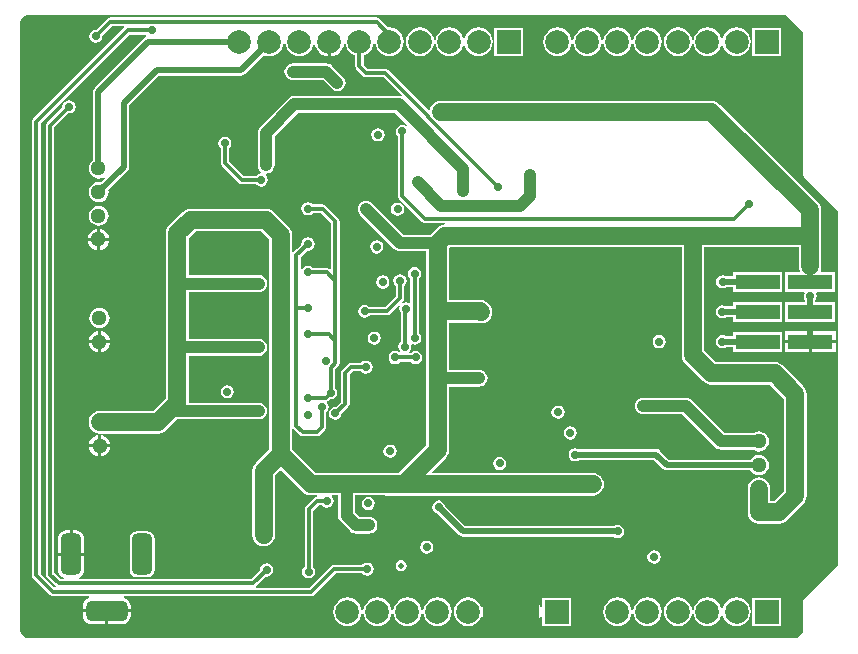
<source format=gbl>
%FSTAX23Y23*%
%MOIN*%
%SFA1B1*%

%IPPOS*%
%AMD47*
4,1,8,0.016700,0.068900,-0.016700,0.068900,-0.033400,0.052200,-0.033400,-0.052200,-0.016700,-0.068900,0.016700,-0.068900,0.033400,-0.052200,0.033400,0.052200,0.016700,0.068900,0.0*
1,1,0.033400,0.016700,0.052200*
1,1,0.033400,-0.016700,0.052200*
1,1,0.033400,-0.016700,-0.052200*
1,1,0.033400,0.016700,-0.052200*
%
%AMD48*
4,1,8,0.068900,-0.016700,0.068900,0.016700,0.052200,0.033400,-0.052200,0.033400,-0.068900,0.016700,-0.068900,-0.016700,-0.052200,-0.033400,0.052200,-0.033400,0.068900,-0.016700,0.0*
1,1,0.033400,0.052200,-0.016700*
1,1,0.033400,0.052200,0.016700*
1,1,0.033400,-0.052200,0.016700*
1,1,0.033400,-0.052200,-0.016700*
%
%ADD19R,0.150000X0.050000*%
%ADD35C,0.011800*%
%ADD36C,0.019700*%
%ADD37C,0.039400*%
%ADD39C,0.008000*%
%ADD41C,0.059100*%
%ADD44C,0.051200*%
%ADD45C,0.078700*%
%ADD46R,0.078700X0.078700*%
G04~CAMADD=47~8~0.0~0.0~669.0~1378.0~167.0~0.0~15~0.0~0.0~0.0~0.0~0~0.0~0.0~0.0~0.0~0~0.0~0.0~0.0~0.0~669.0~1378.0*
%ADD47D47*%
G04~CAMADD=48~8~0.0~0.0~669.0~1378.0~167.0~0.0~15~0.0~0.0~0.0~0.0~0~0.0~0.0~0.0~0.0~0~0.0~0.0~0.0~270.0~1378.0~668.0*
%ADD48D48*%
%ADD49C,0.027600*%
%ADD50C,0.019700*%
%ADD56R,0.190600X0.101400*%
%LNvapeixshield-1*%
%LPD*%
G36*
X02042Y05093D02*
X02047D01*
X04567*
X04626Y05034*
Y0456*
X04627Y04555*
X0463Y04551*
X04741Y04439*
Y03261*
X0463Y0315*
X04627Y03146*
X04626Y03141*
Y03042*
X04624Y03036*
X04616Y03026*
X04606Y03018*
X04602Y03016*
X02057*
X02056*
X02052Y03017*
X02049Y03017*
X02044Y03017*
X0204Y03017*
X02037Y03018*
X02035Y03019*
X02031Y0302*
X02023Y03025*
X02018Y03033*
X02016Y03042*
X02016Y03043*
X02016Y03044*
Y03045*
X02016Y03045*
Y0507*
X02016*
X02017Y05078*
X02023Y05086*
X02031Y05091*
X02037Y05093*
X02042Y05093*
X02042*
G37*
%LNvapeixshield-2*%
%LPC*%
G36*
X03543Y05053D02*
X03531Y05051D01*
X03519Y05046*
X03509Y05039*
X03502Y05029*
X03497Y05018*
X03496Y05017*
X03493*
X03492Y05018*
X03488Y05029*
X0348Y05039*
X0347Y05046*
X03459Y05051*
X03446Y05053*
X03434Y05051*
X03422Y05046*
X03413Y05039*
X03405Y05029*
X034Y05017*
X034Y05012*
X03395*
X03394Y05017*
X03389Y05029*
X03382Y05039*
X03372Y05046*
X0336Y05051*
X03348Y05053*
X03336Y05051*
X03324Y05046*
X03314Y05039*
X03307Y05029*
X03302Y05017*
X033Y05005*
X03302Y04993*
X03307Y04981*
X03314Y04971*
X03324Y04964*
X03336Y04959*
X03348Y04957*
X0336Y04959*
X03372Y04964*
X03382Y04971*
X03389Y04981*
X03394Y04993*
X03395Y04998*
X034*
X034Y04993*
X03405Y04981*
X03413Y04971*
X03422Y04964*
X03434Y04959*
X03446Y04957*
X03459Y04959*
X0347Y04964*
X0348Y04971*
X03488Y04981*
X03492Y04992*
X03493Y04993*
X03496*
X03497Y04992*
X03502Y04981*
X03509Y04971*
X03519Y04964*
X03531Y04959*
X03543Y04957*
X03556Y04959*
X03567Y04964*
X03577Y04971*
X03584Y04981*
X03589Y04993*
X03591Y05005*
X03589Y05017*
X03584Y05029*
X03577Y05039*
X03567Y05046*
X03556Y05051*
X03543Y05053*
G37*
G36*
X04403D02*
X04391Y05051D01*
X04379Y05046*
X04369Y05039*
X04362Y05029*
X04357Y05018*
X04356Y05017*
X04353*
X04352Y05018*
X04348Y05029*
X0434Y05039*
X0433Y05046*
X04319Y05051*
X04306Y05053*
X04294Y05051*
X04282Y05046*
X04273Y05039*
X04265Y05029*
X0426Y05017*
X0426Y05012*
X04255*
X04254Y05017*
X04249Y05029*
X04242Y05039*
X04232Y05046*
X0422Y05051*
X04208Y05053*
X04196Y05051*
X04184Y05046*
X04174Y05039*
X04167Y05029*
X04162Y05017*
X0416Y05005*
X04162Y04993*
X04167Y04981*
X04174Y04971*
X04184Y04964*
X04196Y04959*
X04208Y04957*
X0422Y04959*
X04232Y04964*
X04242Y04971*
X04249Y04981*
X04254Y04993*
X04255Y04998*
X0426*
X0426Y04993*
X04265Y04981*
X04273Y04971*
X04282Y04964*
X04294Y04959*
X04306Y04957*
X04319Y04959*
X0433Y04964*
X0434Y04971*
X04348Y04981*
X04352Y04992*
X04353Y04993*
X04356*
X04357Y04992*
X04362Y04981*
X04369Y04971*
X04379Y04964*
X04391Y04959*
X04403Y04957*
X04416Y04959*
X04427Y04964*
X04437Y04971*
X04444Y04981*
X04449Y04993*
X04451Y05005*
X04449Y05017*
X04444Y05029*
X04437Y05039*
X04427Y05046*
X04416Y05051*
X04403Y05053*
G37*
G36*
X04106D02*
X04094Y05051D01*
X04082Y05046*
X04073Y05039*
X04065Y05029*
X0406Y05017*
X04059Y05009*
X04059Y05006*
X04054*
X04054Y05009*
X04052Y05017*
X04048Y05029*
X0404Y05039*
X0403Y05046*
X04019Y05051*
X04006Y05053*
X03994Y05051*
X03982Y05046*
X03973Y05039*
X03965Y05029*
X0396Y05017*
X03959Y05009*
X03959Y05006*
X03954*
X03954Y05009*
X03952Y05017*
X03948Y05029*
X0394Y05039*
X0393Y05046*
X03919Y05051*
X03906Y05053*
X03894Y05051*
X03882Y05046*
X03873Y05039*
X03865Y05029*
X0386Y05017*
X03859Y05009*
X03859Y05006*
X03854*
X03854Y05009*
X03852Y05017*
X03848Y05029*
X0384Y05039*
X0383Y05046*
X03819Y05051*
X03806Y05053*
X03794Y05051*
X03782Y05046*
X03773Y05039*
X03765Y05029*
X0376Y05017*
X03759Y05005*
X0376Y04993*
X03765Y04981*
X03773Y04971*
X03782Y04964*
X03794Y04959*
X03806Y04957*
X03819Y04959*
X0383Y04964*
X0384Y04971*
X03848Y04981*
X03852Y04993*
X03854Y05001*
X03854Y05004*
X03859*
X03859Y05001*
X0386Y04993*
X03865Y04981*
X03873Y04971*
X03882Y04964*
X03894Y04959*
X03906Y04957*
X03919Y04959*
X0393Y04964*
X0394Y04971*
X03948Y04981*
X03952Y04993*
X03954Y05001*
X03954Y05004*
X03959*
X03959Y05001*
X0396Y04993*
X03965Y04981*
X03973Y04971*
X03982Y04964*
X03994Y04959*
X04006Y04957*
X04019Y04959*
X0403Y04964*
X0404Y04971*
X04048Y04981*
X04052Y04993*
X04054Y05001*
X04054Y05004*
X04059*
X04059Y05001*
X0406Y04993*
X04065Y04981*
X04073Y04971*
X04082Y04964*
X04094Y04959*
X04106Y04957*
X04119Y04959*
X0413Y04964*
X0414Y04971*
X04148Y04981*
X04152Y04993*
X04154Y05005*
X04152Y05017*
X04148Y05029*
X0414Y05039*
X0413Y05046*
X04119Y05051*
X04106Y05053*
G37*
G36*
X0369Y05052D02*
X03596D01*
Y04958*
X0369*
Y05052*
G37*
G36*
X0455Y05052D02*
X04456D01*
Y04958*
X0455*
Y05052*
G37*
G36*
X03204Y05086D02*
X02316D01*
X0231Y05085*
X02306Y05082*
X02269Y05045*
X02267Y05045*
X02259Y05043*
X02252Y05039*
X02247Y05032*
X02245Y05023*
X02247Y05015*
X02252Y05007*
X02259Y05003*
X02267Y05001*
X02276Y05003*
X02283Y05007*
X02288Y05015*
X02289Y05023*
X02289Y05025*
X02322Y05058*
X0236*
X02362Y05055*
X02362Y05053*
X02059Y04749*
X02056Y04745*
X02054Y04739*
Y03227*
X02056Y03221*
X02059Y03217*
X02115Y0316*
X0212Y03157*
X02125Y03156*
X02246*
X02246Y03151*
X02244Y03151*
X02238Y03148*
X02232Y03144*
X02228Y03138*
X02225Y03132*
X02224Y03125*
Y03113*
X02303*
X02383*
Y03125*
X02382Y03132*
X02379Y03138*
X02375Y03144*
X02369Y03148*
X02363Y03151*
X02361Y03151*
X02361Y03156*
X02985*
X0299Y03157*
X02995Y0316*
X03068Y03233*
X03155*
X03156Y03231*
X03163Y03227*
X03171Y03225*
X0318Y03227*
X03187Y03231*
X03192Y03238*
X03194Y03247*
X03192Y03255*
X03187Y03263*
X0318Y03267*
X03171Y03269*
X03163Y03267*
X03156Y03263*
X03155Y03261*
X03062*
X03057Y0326*
X03052Y03257*
X02979Y03184*
X02802*
X028Y03189*
X02802Y0319*
X02835Y03223*
X02837Y03222*
X02845Y03224*
X02852Y03229*
X02857Y03236*
X02859Y03245*
X02857Y03253*
X02852Y0326*
X02845Y03265*
X02837Y03267*
X02828Y03265*
X02821Y0326*
X02816Y03253*
X02815Y03245*
X02815Y03243*
X02786Y03214*
X02211*
X0221Y03219*
X02215Y03221*
X02221Y03226*
X02225Y03231*
X02228Y03238*
X02229Y03245*
Y03292*
X02142*
Y03245*
X02142Y03238*
X02145Y03231*
X02149Y03226*
X02155Y03221*
X0216Y03219*
X02159Y03214*
X0215*
X02129Y03235*
Y04719*
X02176Y04766*
X02178Y04766*
X02186Y04767*
X02194Y04772*
X02198Y04779*
X022Y04788*
X02198Y04796*
X02194Y04803*
X02186Y04808*
X02178Y0481*
X0217Y04808*
X02162Y04803*
X02158Y04796*
X02156Y04788*
X02156Y04786*
X02105Y04735*
X02102Y0473*
X02101Y04725*
Y03229*
X02102Y03224*
X02105Y03219*
X02133Y03191*
X02132Y03187*
X02131Y03186*
X02129Y03186*
X02083Y03232*
Y04733*
X02378Y05029*
X02434*
X02436Y05027*
X02436Y05025*
X02434Y05021*
X02429Y05018*
X02264Y04852*
X0226Y04846*
X02258Y04839*
Y04611*
X02253Y04606*
X02247Y04599*
X02244Y04591*
X02243Y04583*
X02244Y04574*
X02247Y04566*
X02253Y04559*
X0226Y04553*
X02268Y0455*
X02276Y04549*
X02285Y0455*
X02293Y04553*
X02293Y04553*
X02297Y0455*
X02284Y04537*
X02276Y04538*
X02268Y04536*
X0226Y04533*
X02253Y04528*
X02247Y04521*
X02244Y04513*
X02243Y04504*
X02244Y04495*
X02247Y04487*
X02253Y0448*
X0226Y04475*
X02268Y04471*
X02276Y0447*
X02285Y04471*
X02293Y04475*
X023Y0448*
X02306Y04487*
X02309Y04495*
X0231Y04504*
X02309Y04511*
X02373Y04575*
X02377Y04581*
X02379Y04588*
Y04793*
X02477Y04891*
X02751*
X02758Y04893*
X02764Y04897*
X02828Y04961*
X02834Y04959*
X02846Y04957*
X02859Y04959*
X0287Y04964*
X0288Y04971*
X02888Y04981*
X02892Y04993*
X02894Y05002*
X02894Y05004*
X02899*
X02899Y05002*
X029Y04993*
X02905Y04981*
X02913Y04971*
X02922Y04964*
X02934Y04959*
X02946Y04957*
X02959Y04959*
X0297Y04964*
X0298Y04971*
X02988Y04981*
X02992Y04993*
X02993Y04996*
X02998*
X02998Y04992*
X03003Y0498*
X03011Y0497*
X03021Y04962*
X03033Y04957*
X03041Y04956*
Y05005*
X03051*
Y04956*
X03059Y04957*
X03071Y04962*
X03082Y0497*
X03089Y0498*
X03094Y04992*
X03095Y04996*
X031*
X031Y04993*
X03105Y04981*
X03113Y04971*
X03122Y04964*
X03132Y0496*
Y04923*
X03133Y04917*
X03136Y04913*
X03157Y04891*
X03162Y04888*
X03167Y04887*
X03226*
X03287Y04827*
X03284Y04823*
X03284Y04823*
X03277Y04824*
X02929*
X02922Y04823*
X02916Y0482*
X0291Y04816*
X02815Y04721*
X02811Y04715*
X02808Y04709*
X02807Y04701*
Y04593*
X02808Y04586*
X02811Y04579*
X02815Y04574*
X02818Y04571*
X02817Y04566*
X0281Y04565*
X02803Y0456*
X02802Y04559*
X0276*
X02711Y04607*
Y0465*
X02713Y04651*
X02717Y04658*
X02719Y04666*
X02717Y04675*
X02713Y04682*
X02705Y04687*
X02697Y04688*
X02689Y04687*
X02681Y04682*
X02677Y04675*
X02675Y04666*
X02677Y04658*
X02681Y04651*
X02683Y0465*
Y04601*
X02684Y04596*
X02687Y04591*
X02744Y04535*
X02748Y04532*
X02754Y04531*
X02802*
X02803Y04529*
X0281Y04524*
X02819Y04522*
X02827Y04524*
X02834Y04529*
X02839Y04536*
X02841Y04545*
X02839Y04553*
X02834Y0456*
X02834Y04561*
X02835Y04564*
X02835Y04565*
X02842Y04566*
X02849Y04569*
X02855Y04574*
X02859Y04579*
X02862Y04586*
X02863Y04593*
Y0469*
X02941Y04768*
X03265*
X03306Y04727*
Y04727*
X03303Y04723*
X03302Y04724*
X03298Y04727*
X03289Y04729*
X03281Y04727*
X03273Y04722*
X03269Y04715*
X03267Y04707*
X03269Y04698*
X03273Y04691*
X03275Y0469*
Y04492*
X03276Y04486*
X03279Y04482*
X03356Y04405*
X03361Y04402*
X03366Y04401*
X03431*
Y04396*
X03421Y04394*
X03412Y04391*
X03404Y04385*
X03381Y04361*
X03292*
X03187Y04467*
X03181Y04471*
X03175Y04474*
X03167Y04475*
X0316Y04474*
X03154Y04471*
X03148Y04467*
X03143Y04461*
X03141Y04454*
X0314Y04447*
X03141Y0444*
X03143Y04433*
X03148Y04428*
X03261Y04314*
X03267Y0431*
X03274Y04307*
X03281Y04306*
X03369*
Y04094*
Y03886*
Y0366*
X03278Y03568*
X03001*
X02921Y03648*
Y03714*
X02926Y03716*
X02926Y03715*
X02947Y03695*
X02951Y03692*
X02957Y03691*
X03005*
X03011Y03692*
X03015Y03695*
X03031Y03711*
X03034Y03716*
X03035Y03721*
Y0377*
X03037Y03771*
X03042Y03778*
X03044Y03786*
X03042Y03795*
X03038Y03801*
X03039Y03805*
X03039Y03806*
X03044Y03809*
X03048Y03813*
X0305Y03813*
X03058Y03815*
X03065Y03819*
X0307Y03826*
X03072Y03835*
X0307Y03843*
X03065Y03851*
X03064Y03852*
Y03912*
X03076Y03924*
X03079Y03928*
X0308Y03934*
Y04009*
Y04208*
Y04407*
X03079Y04412*
X03076Y04417*
X03034Y04459*
X03029Y04462*
X03024Y04463*
X02991*
X0299Y04465*
X02983Y04469*
X02975Y04471*
X02966Y04469*
X02959Y04465*
X02954Y04457*
X02952Y04449*
X02954Y04441*
X02959Y04433*
X02966Y04429*
X02975Y04427*
X02983Y04429*
X0299Y04433*
X02991Y04435*
X03018*
X03052Y04401*
Y04248*
X03051Y04248*
X03047Y04247*
X03043Y04249*
X03038Y0425*
X02991*
X0299Y04252*
X02983Y04257*
X02975Y04258*
X02966Y04257*
X02959Y04252*
X02955Y04247*
X0295Y04248*
Y04287*
X02973Y04309*
X02975Y04309*
X02983Y0431*
X0299Y04315*
X02995Y04322*
X02997Y04331*
X02995Y04339*
X0299Y04346*
X02983Y04351*
X02975Y04353*
X02966Y04351*
X02959Y04346*
X02954Y04339*
X02952Y04331*
X02953Y04329*
X02926Y04303*
X02926Y04302*
X02921Y04304*
Y04362*
X0292Y04372*
X02916Y04381*
X0291Y04389*
X02861Y04438*
X02853Y04444*
X02844Y04448*
X02834Y04449*
X02584*
X02575Y04448*
X02566Y04444*
X02558Y04438*
X02512Y04393*
X02506Y04385*
X02502Y04376*
X02501Y04366*
Y03816*
X02459Y03774*
X0228*
X02271Y03773*
X02262Y03769*
X02254Y03763*
X02248Y03756*
X02244Y03747*
X02243Y03737*
X02244Y03727*
X02248Y03718*
X02254Y0371*
X02262Y03704*
X02271Y037*
X0228Y03699*
X02475*
X02485Y037*
X02494Y03704*
X02502Y0371*
X02537Y03746*
X0281*
X02817Y03747*
X02824Y03749*
X02829Y03754*
X02834Y0376*
X02837Y03766*
X02837Y03773*
X02837Y03781*
X02834Y03787*
X02829Y03793*
X02824Y03798*
X02817Y038*
X0281Y03801*
X02577*
Y03958*
X0281*
X02817Y03959*
X02824Y03962*
X02829Y03966*
X02834Y03972*
X02837Y03979*
X02837Y03986*
X02837Y03993*
X02834Y04*
X02829Y04006*
X02824Y0401*
X02817Y04013*
X0281Y04014*
X02577*
Y04171*
X0281*
X02817Y04172*
X02824Y04175*
X02829Y04179*
X02834Y04185*
X02837Y04192*
X02837Y04199*
X02837Y04206*
X02834Y04213*
X02829Y04219*
X02824Y04223*
X02817Y04226*
X0281Y04227*
X02577*
Y0435*
X026Y04374*
X02818*
X02846Y04346*
Y03648*
X028Y03602*
X02794Y03594*
X0279Y03585*
X02789Y03575*
Y0336*
X0279Y03351*
X02794Y03342*
X028Y03334*
X02808Y03328*
X02817Y03324*
X02827Y03323*
X02837Y03324*
X02846Y03328*
X02853Y03334*
X02859Y03342*
X02863Y03351*
X02865Y0336*
Y0356*
X02884Y03579*
X02958Y03504*
X02966Y03498*
X02975Y03494*
X02985Y03493*
X03005*
Y03488*
X03Y03487*
X02995Y03484*
X02967Y03456*
X02964Y03451*
X02963Y03446*
Y03255*
X02961Y03254*
X02956Y03247*
X02955Y03239*
X02956Y0323*
X02961Y03223*
X02968Y03218*
X02977Y03217*
X02985Y03218*
X02992Y03223*
X02997Y0323*
X02999Y03239*
X02997Y03247*
X02992Y03254*
X02991Y03255*
Y0344*
X03011Y0346*
X03021*
X03022Y03458*
X03029Y03454*
X03038Y03452*
X03046Y03454*
X03053Y03458*
X03058Y03466*
X0306Y03474*
X03058Y03482*
X03054Y03488*
X03056Y03493*
X03075*
Y03425*
X03076Y03418*
X03078Y03411*
X03083Y03406*
X03115Y03373*
X03121Y03369*
X03128Y03366*
X03135Y03365*
X03178*
X03186Y03366*
X03192Y03369*
X03198Y03373*
X03203Y03379*
X03205Y03386*
X03206Y03393*
X03205Y034*
X03203Y03407*
X03198Y03413*
X03192Y03417*
X03186Y0342*
X03178Y03421*
X03146*
X0313Y03437*
Y03493*
X03227*
X03234Y03492*
X03923*
X03933Y03493*
X03942Y03497*
X0395Y03503*
X03956Y03511*
X0396Y0352*
X03961Y0353*
X0396Y0354*
X03956Y03549*
X0395Y03556*
X03942Y03562*
X03933Y03566*
X03923Y03567*
X0339*
X03388Y03572*
X03433Y03618*
X03439Y03625*
X03443Y03635*
X03444Y03644*
Y03855*
X03543*
X0355Y03856*
X03557Y03859*
X03563Y03864*
X03565Y03866*
X03567Y03868*
X03571Y03875*
X03573Y03883*
X03571Y03892*
X03567Y03899*
X03565Y039*
X03563Y03903*
X03557Y03907*
X0355Y0391*
X03543Y03911*
X03444*
Y04069*
X03539*
X03541Y04068*
X03551Y04067*
X03561Y04068*
X0357Y04072*
X03578Y04078*
X03584Y04085*
X03587Y04094*
X03589Y04104*
X03587Y04114*
X03584Y04123*
X03578Y04131*
X03575Y04133*
X03567Y04139*
X03558Y04143*
X03549Y04144*
X03545Y04144*
X0354Y04144*
X03444*
Y04318*
X03447Y0432*
X04221*
Y03961*
X04222Y03951*
X04226Y03942*
X04232Y03934*
X04292Y03873*
X043Y03867*
X04309Y03863*
X04319Y03862*
X04514*
X04561Y03815*
Y03506*
X0453Y03474*
X04515*
Y03515*
X04514Y03525*
X0451Y03534*
X04504Y03542*
X04496Y03548*
X04487Y03552*
X04477Y03553*
X04467Y03552*
X04458Y03548*
X04451Y03542*
X04445Y03534*
X04441Y03525*
X0444Y03515*
Y03437*
X04441Y03427*
X04445Y03418*
X04451Y0341*
X04458Y03404*
X04467Y034*
X04477Y03399*
X04545*
X04555Y034*
X04564Y03404*
X04572Y0341*
X04626Y03464*
X04632Y03471*
X04635Y0348*
X04637Y0349*
Y03831*
X04635Y03841*
X04632Y0385*
X04626Y03858*
X04557Y03926*
X04549Y03932*
X0454Y03936*
X0453Y03938*
X04335*
X04296Y03976*
Y0432*
X0461*
Y04256*
X04612Y04246*
X04613Y04242*
X0461Y04238*
X04565*
Y04172*
X04628*
X0463Y04167*
X04628Y04164*
X04627Y04156*
X04628Y04147*
X0463Y04144*
Y04138*
X04565*
Y04072*
X04731*
Y04138*
X04666*
Y04143*
X04669Y04147*
X04671Y04156*
X04669Y04164*
X04667Y04167*
X0467Y04172*
X04731*
Y04238*
X04686*
X04683Y04242*
X04685Y04246*
X04686Y04256*
Y04407*
X04685Y04411*
Y04443*
X04684Y04453*
X0468Y04462*
X04674Y0447*
X04346Y04798*
X04338Y04804*
X04329Y04808*
X04319Y04809*
X03419*
X03409Y04808*
X034Y04804*
X03392Y04798*
X03386Y0479*
X03382Y04781*
X03382Y04778*
X03377Y04776*
X03242Y04911*
X03238Y04914*
X03232Y04915*
X03173*
X0316Y04928*
Y0496*
X0317Y04964*
X0318Y04971*
X03188Y04981*
X03192Y04993*
X03194Y05002*
X03194Y05004*
X03199*
X03199Y05002*
X032Y04993*
X03205Y04981*
X03213Y04971*
X03222Y04964*
X03234Y04959*
X03246Y04957*
X03259Y04959*
X0327Y04964*
X0328Y04971*
X03288Y04981*
X03292Y04993*
X03294Y05005*
X03292Y05017*
X03288Y05029*
X0328Y05039*
X0327Y05046*
X03259Y05051*
X03246Y05053*
X03243Y05052*
X03214Y05082*
X03209Y05085*
X03204Y05086*
G37*
G36*
X03036Y04933D02*
X02924D01*
X02917Y04932*
X0291Y0493*
X02904Y04925*
X029Y04919*
X02897Y04913*
X02896Y04905*
X02897Y04898*
X029Y04892*
X02904Y04886*
X0291Y04881*
X02917Y04879*
X02924Y04878*
X03025*
X03053Y0485*
X03058Y04845*
X03065Y04842*
X03072Y04841*
X0308Y04842*
X03086Y04845*
X03092Y0485*
X03096Y04855*
X03099Y04862*
X031Y04869*
X03099Y04876*
X03096Y04883*
X03092Y04889*
X03056Y04925*
X0305Y0493*
X03043Y04932*
X03036Y04933*
G37*
G36*
X03208Y04717D02*
X032Y04715D01*
X03192Y0471*
X03188Y04703*
X03186Y04695*
X03188Y04686*
X03192Y04679*
X032Y04674*
X03208Y04673*
X03216Y04674*
X03224Y04679*
X03228Y04686*
X0323Y04695*
X03228Y04703*
X03224Y0471*
X03216Y04715*
X03208Y04717*
G37*
G36*
X03273Y04469D02*
X03264Y04468D01*
X03257Y04463*
X03252Y04456*
X03251Y04447*
X03252Y04439*
X03257Y04432*
X03264Y04427*
X03273Y04425*
X03281Y04427*
X03288Y04432*
X03293Y04439*
X03295Y04447*
X03293Y04456*
X03288Y04463*
X03281Y04468*
X03273Y04469*
G37*
G36*
X02276Y04459D02*
X02268Y04458D01*
X0226Y04454*
X02253Y04449*
X02247Y04442*
X02244Y04434*
X02243Y04425*
X02244Y04416*
X02247Y04408*
X02253Y04401*
X0226Y04396*
X02268Y04393*
X02276Y04391*
X02285Y04393*
X02293Y04396*
X023Y04401*
X02306Y04408*
X02309Y04416*
X0231Y04425*
X02309Y04434*
X02306Y04442*
X023Y04449*
X02293Y04454*
X02285Y04458*
X02276Y04459*
G37*
G36*
X02281Y04382D02*
Y04351D01*
X02312*
X02311Y04356*
X02307Y04364*
X02302Y04372*
X02294Y04377*
X02286Y04381*
X02281Y04382*
G37*
G36*
X02271D02*
X02267Y04381D01*
X02258Y04377*
X02251Y04372*
X02245Y04364*
X02242Y04356*
X02241Y04351*
X02271*
Y04382*
G37*
G36*
X02312Y04341D02*
X02281D01*
Y04311*
X02286Y04312*
X02294Y04315*
X02302Y04321*
X02307Y04328*
X02311Y04337*
X02312Y04341*
G37*
G36*
X02271D02*
X02241D01*
X02242Y04337*
X02245Y04328*
X02251Y04321*
X02258Y04315*
X02267Y04312*
X02271Y04311*
Y04341*
G37*
G36*
X03204Y04344D02*
X03195Y04342D01*
X03188Y04337*
X03184Y0433*
X03182Y04322*
X03184Y04313*
X03188Y04306*
X03195Y04301*
X03204Y04299*
X03212Y04301*
X0322Y04306*
X03224Y04313*
X03226Y04322*
X03224Y0433*
X0322Y04337*
X03212Y04342*
X03204Y04344*
G37*
G36*
X04556Y04238D02*
X0439D01*
Y04223*
X04369*
X04365Y04225*
X04357Y04227*
X04348Y04225*
X04341Y04221*
X04336Y04213*
X04335Y04205*
X04336Y04197*
X04341Y04189*
X04348Y04185*
X04357Y04183*
X04365Y04185*
X04369Y04187*
X0439*
Y04172*
X04556*
Y04238*
G37*
G36*
X03224Y04226D02*
X03216Y04224D01*
X03209Y0422*
X03204Y04212*
X03202Y04204*
X03204Y04195*
X03209Y04188*
X03216Y04184*
X03224Y04182*
X03233Y04184*
X0324Y04188*
X03245Y04195*
X03246Y04204*
X03245Y04212*
X0324Y0422*
X03233Y04224*
X03224Y04226*
G37*
G36*
X0333Y04254D02*
X03321Y04253D01*
X03314Y04248*
X03309Y04241*
X03308Y04232*
X03309Y04224*
X03314Y04217*
X03316Y04216*
Y04136*
X03311Y04133*
X0331Y04134*
X03301Y04136*
X03293Y04134*
X03292Y04134*
X03288Y04138*
X03291Y0414*
X03294Y04145*
X03295Y0415*
Y04191*
X03297Y04192*
X03301Y042*
X03303Y04208*
X03301Y04216*
X03297Y04224*
X03289Y04228*
X03281Y0423*
X03273Y04228*
X03265Y04224*
X03261Y04216*
X03259Y04208*
X03261Y042*
X03265Y04192*
X03267Y04191*
Y04156*
X03232Y04121*
X0318*
X03179Y04122*
X03172Y04127*
X03163Y04129*
X03155Y04127*
X03148Y04122*
X03143Y04115*
X03141Y04107*
X03143Y04098*
X03148Y04091*
X03155Y04086*
X03163Y04085*
X03172Y04086*
X03179Y04091*
X0318Y04093*
X03238*
X03243Y04094*
X03248Y04097*
X03278Y04127*
X03282Y04124*
X03281Y04123*
X03279Y04114*
X03281Y04106*
X03283Y04102*
Y04006*
X03282Y04005*
X03277Y03997*
X03275Y03989*
X03277Y03981*
X0328Y03975*
X03279Y0397*
X03279Y03969*
X03278Y03969*
X03273Y03973*
X03265Y03975*
X03256Y03973*
X03249Y03968*
X03244Y03961*
X03243Y03953*
X03244Y03944*
X03249Y03937*
X03256Y03932*
X03265Y0393*
X03273Y03932*
X0328Y03937*
X03281Y03938*
X03317*
X03318Y03937*
X03325Y03932*
X03334Y0393*
X03342Y03932*
X03349Y03937*
X03354Y03944*
X03356Y03953*
X03354Y03961*
X03349Y03968*
X03342Y03973*
X03334Y03975*
X03325Y03973*
X03318Y03968*
X03317Y03967*
X03312*
X0331Y03972*
X03313Y03973*
X03318Y03981*
X03319Y03989*
X03319Y03993*
X03319Y03994*
X03323Y03997*
X0333Y03995*
X03338Y03997*
X03345Y04002*
X0335Y04009*
X03352Y04017*
X0335Y04026*
X03345Y04033*
X03344Y04034*
Y04216*
X03345Y04217*
X0335Y04224*
X03352Y04232*
X0335Y04241*
X03345Y04248*
X03338Y04253*
X0333Y04254*
G37*
G36*
X04556Y04138D02*
X0439D01*
Y04123*
X04368*
X04365Y04125*
X04356Y04127*
X04348Y04125*
X04341Y04121*
X04336Y04113*
X04334Y04105*
X04336Y04097*
X04341Y04089*
X04348Y04085*
X04356Y04083*
X04365Y04085*
X04368Y04087*
X0439*
Y04072*
X04556*
Y04138*
G37*
G36*
X02279Y04117D02*
X02271Y04116D01*
X02263Y04113*
X02256Y04108*
X0225Y04101*
X02247Y04092*
X02246Y04084*
X02247Y04075*
X0225Y04067*
X02256Y0406*
X02263Y04054*
X02271Y04051*
X02279Y0405*
X02288Y04051*
X02296Y04054*
X02303Y0406*
X02309Y04067*
X02312Y04075*
X02313Y04084*
X02312Y04092*
X02309Y04101*
X02303Y04108*
X02296Y04113*
X02288Y04116*
X02279Y04117*
G37*
G36*
X04556Y04038D02*
X0439D01*
Y04023*
X04368*
X04364Y04026*
X04356Y04027*
X04347Y04026*
X0434Y04021*
X04335Y04014*
X04333Y04005*
X04335Y03997*
X0434Y0399*
X04347Y03985*
X04356Y03983*
X04364Y03985*
X04368Y03987*
X0439*
Y03972*
X04556*
Y04038*
G37*
G36*
X04733Y0404D02*
X04653D01*
Y0401*
X04733*
Y0404*
G37*
G36*
X04643D02*
X04563D01*
Y0401*
X04643*
Y0404*
G37*
G36*
X02284Y0404D02*
Y0401D01*
X02315*
X02314Y04014*
X02311Y04023*
X02305Y0403*
X02297Y04036*
X02289Y0404*
X02284Y0404*
G37*
G36*
X02274D02*
X0227Y0404D01*
X02262Y04036*
X02254Y0403*
X02248Y04023*
X02245Y04014*
X02244Y0401*
X02274*
Y0404*
G37*
G36*
X03196Y04039D02*
X03187Y04038D01*
X0318Y04033*
X03175Y04026*
X03174Y04017*
X03175Y04009*
X0318Y04002*
X03187Y03997*
X03196Y03995*
X03204Y03997*
X03211Y04002*
X03216Y04009*
X03218Y04017*
X03216Y04026*
X03211Y04033*
X03204Y04038*
X03196Y04039*
G37*
G36*
X04145Y04027D02*
X04136Y04026D01*
X04129Y04021*
X04124Y04014*
X04123Y04005*
X04124Y03997*
X04129Y0399*
X04136Y03985*
X04145Y03983*
X04153Y03985*
X0416Y0399*
X04165Y03997*
X04167Y04005*
X04165Y04014*
X0416Y04021*
X04153Y04026*
X04145Y04027*
G37*
G36*
X04733Y04D02*
X04653D01*
Y0397*
X04733*
Y04*
G37*
G36*
X04643D02*
X04563D01*
Y0397*
X04643*
Y04*
G37*
G36*
X02315Y04D02*
X02284D01*
Y0397*
X02289Y0397*
X02297Y03974*
X02305Y0398*
X02311Y03987*
X02314Y03996*
X02315Y04*
G37*
G36*
X02274D02*
X02244D01*
X02245Y03996*
X02248Y03987*
X02254Y0398*
X02262Y03974*
X0227Y0397*
X02274Y0397*
Y04*
G37*
G36*
X03167Y03942D02*
X03159Y0394D01*
X03152Y03936*
X03151Y03934*
X03119*
X03113Y03933*
X03109Y0393*
X03089Y0391*
X03086Y03905*
X03084Y039*
Y03804*
X03068Y03788*
X03066Y03788*
X03058Y03786*
X0305Y03782*
X03046Y03774*
X03044Y03766*
X03046Y03758*
X0305Y0375*
X03058Y03746*
X03066Y03744*
X03074Y03746*
X03082Y0375*
X03086Y03758*
X03088Y03766*
X03088Y03768*
X03108Y03789*
X03111Y03793*
X03113Y03798*
Y03894*
X03125Y03906*
X03151*
X03152Y03904*
X03159Y039*
X03167Y03898*
X03176Y039*
X03183Y03904*
X03188Y03912*
X0319Y0392*
X03188Y03929*
X03183Y03936*
X03176Y0394*
X03167Y03942*
G37*
G36*
X02705Y03861D02*
X02697Y03859D01*
X0269Y03855*
X02685Y03847*
X02683Y03839*
X02685Y03831*
X0269Y03823*
X02697Y03819*
X02705Y03817*
X02714Y03819*
X02721Y03823*
X02726Y03831*
X02727Y03839*
X02726Y03847*
X02721Y03855*
X02714Y03859*
X02705Y03861*
G37*
G36*
X03808Y03792D02*
X038Y0379D01*
X03793Y03786*
X03788Y03778*
X03786Y0377*
X03788Y03762*
X03793Y03754*
X038Y0375*
X03808Y03748*
X03817Y0375*
X03824Y03754*
X03829Y03762*
X0383Y0377*
X03829Y03778*
X03824Y03786*
X03817Y0379*
X03808Y03792*
G37*
G36*
X03849Y03723D02*
X0384Y03721D01*
X03833Y03717*
X03828Y0371*
X03827Y03701*
X03828Y03693*
X03833Y03685*
X0384Y03681*
X03849Y03679*
X03857Y03681*
X03864Y03685*
X03869Y03693*
X03871Y03701*
X03869Y0371*
X03864Y03717*
X03857Y03721*
X03849Y03723*
G37*
G36*
X02285Y03693D02*
Y03663D01*
X02316*
X02315Y03667*
X02312Y03676*
X02306Y03683*
X02298Y03689*
X0229Y03693*
X02285Y03693*
G37*
G36*
X02275D02*
X02271Y03693D01*
X02262Y03689*
X02255Y03683*
X02249Y03676*
X02246Y03667*
X02245Y03663*
X02275*
Y03693*
G37*
G36*
X04234Y03818D02*
X04092D01*
X04085Y03817*
X04078Y03814*
X04072Y0381*
X04068Y03804*
X04065Y03797*
X04064Y0379*
X04065Y03783*
X04068Y03776*
X04072Y03771*
X04078Y03766*
X04085Y03763*
X04092Y03763*
X04222*
X04332Y03653*
X04337Y03649*
X04344Y03646*
X04351Y03645*
X04459*
X0446Y03644*
X04469Y0364*
X04477Y03639*
X04486Y0364*
X04494Y03644*
X04501Y03649*
X04506Y03656*
X0451Y03664*
X04511Y03673*
X0451Y03682*
X04506Y0369*
X04501Y03697*
X04494Y03702*
X04486Y03705*
X04477Y03707*
X04469Y03705*
X0446Y03702*
X04459Y03701*
X04363*
X04254Y0381*
X04248Y03814*
X04241Y03817*
X04234Y03818*
G37*
G36*
X02275Y03653D02*
X02245D01*
X02246Y03649*
X02249Y0364*
X02255Y03633*
X02262Y03627*
X02271Y03623*
X02275Y03623*
Y03653*
G37*
G36*
X02316D02*
X02285D01*
Y03623*
X0229Y03623*
X02298Y03627*
X02306Y03633*
X02312Y0364*
X02315Y03649*
X02316Y03653*
G37*
G36*
X03249Y03662D02*
X0324Y03661D01*
X03233Y03656*
X03228Y03649*
X03226Y0364*
X03228Y03632*
X03233Y03625*
X0324Y0362*
X03249Y03618*
X03257Y0362*
X03264Y03625*
X03269Y03632*
X03271Y0364*
X03269Y03649*
X03264Y03656*
X03257Y03661*
X03249Y03662*
G37*
G36*
X03613Y03622D02*
X03605Y0362D01*
X03598Y03615*
X03593Y03608*
X03591Y036*
X03593Y03591*
X03598Y03584*
X03605Y03579*
X03613Y03578*
X03622Y03579*
X03629Y03584*
X03634Y03591*
X03636Y036*
X03634Y03608*
X03629Y03615*
X03622Y0362*
X03613Y03622*
G37*
G36*
X03865Y03651D02*
X03856Y03649D01*
X03849Y03645*
X03845Y03638*
X03843Y03629*
X03845Y03621*
X03849Y03613*
X03856Y03609*
X03865Y03607*
X03873Y03609*
X03877Y03611*
X04128*
X04158Y03581*
X04164Y03577*
X04171Y03576*
X04449*
X04453Y0357*
X0446Y03565*
X04469Y03562*
X04477Y0356*
X04486Y03562*
X04494Y03565*
X04501Y0357*
X04506Y03577*
X0451Y03585*
X04511Y03594*
X0451Y03603*
X04506Y03611*
X04501Y03618*
X04494Y03623*
X04486Y03627*
X04477Y03628*
X04469Y03627*
X0446Y03623*
X04453Y03618*
X04449Y03612*
X04178*
X04148Y03642*
X04143Y03646*
X04136Y03647*
X03877*
X03873Y03649*
X03865Y03651*
G37*
G36*
X03176Y03488D02*
X03167Y03486D01*
X0316Y03482*
X03155Y03474*
X03153Y03466*
X03155Y03457*
X0316Y0345*
X03167Y03445*
X03176Y03444*
X03184Y03445*
X03191Y0345*
X03196Y03457*
X03198Y03466*
X03196Y03474*
X03191Y03482*
X03184Y03486*
X03176Y03488*
G37*
G36*
X03411Y03476D02*
X03402Y03474D01*
X03395Y03469*
X0339Y03462*
X03389Y03454*
X0339Y03445*
X03395Y03438*
X03402Y03433*
X03406Y03433*
X03479Y0336*
X03485Y03356*
X03492Y03355*
X03995*
X03998Y03352*
X04007Y03351*
X04015Y03352*
X04022Y03357*
X04027Y03364*
X04029Y03373*
X04027Y03381*
X04022Y03388*
X04015Y03393*
X04007Y03395*
X03998Y03393*
X03995Y03391*
X03499*
X03432Y03458*
X03431Y03462*
X03426Y03469*
X03419Y03474*
X03411Y03476*
G37*
G36*
X02202Y03376D02*
X0219D01*
Y03302*
X02229*
Y03349*
X02228Y03356*
X02225Y03362*
X02221Y03368*
X02215Y03372*
X02209Y03375*
X02202Y03376*
G37*
G36*
X0218D02*
X02169D01*
X02162Y03375*
X02155Y03372*
X02149Y03368*
X02145Y03362*
X02142Y03356*
X02142Y03349*
Y03302*
X0218*
Y03376*
G37*
G36*
X0337Y03342D02*
X03362Y0334D01*
X03355Y03336*
X0335Y03328*
X03348Y0332*
X0335Y03311*
X03355Y03304*
X03362Y033*
X0337Y03298*
X03379Y033*
X03386Y03304*
X03391Y03311*
X03392Y0332*
X03391Y03328*
X03386Y03336*
X03379Y0334*
X0337Y03342*
G37*
G36*
X04128Y0331D02*
X0412Y03308D01*
X04113Y03303*
X04108Y03296*
X04106Y03287*
X04108Y03279*
X04113Y03272*
X0412Y03267*
X04128Y03265*
X04137Y03267*
X04144Y03272*
X04149Y03279*
X04151Y03287*
X04149Y03296*
X04144Y03303*
X04137Y03308*
X04128Y0331*
G37*
G36*
X03285Y03277D02*
X03278Y03276D01*
X03272Y03272*
X03268Y03266*
X03267Y03259*
X03268Y03252*
X03272Y03246*
X03278Y03242*
X03285Y03241*
X03292Y03242*
X03298Y03246*
X03302Y03252*
X03303Y03259*
X03302Y03266*
X03298Y03272*
X03292Y03276*
X03285Y03277*
G37*
G36*
X02438Y03374D02*
X02405D01*
X02395Y03372*
X02387Y03367*
X02382Y03359*
X0238Y03349*
Y03245*
X02382Y03235*
X02387Y03227*
X02395Y03221*
X02405Y0322*
X02438*
X02448Y03221*
X02456Y03227*
X02461Y03235*
X02463Y03245*
Y03349*
X02461Y03359*
X02456Y03367*
X02448Y03372*
X02438Y03374*
G37*
G36*
X03601Y03154D02*
X03593Y03153D01*
X03581Y03148*
X03571Y0314*
X03563Y0313*
X03559Y03119*
X03556Y03118*
X03553Y03119*
X03549Y03129*
X03542Y03139*
X03532Y03146*
X0352Y03151*
X03508Y03153*
X03496Y03151*
X03484Y03146*
X03474Y03139*
X03467Y03129*
X03462Y03117*
X0346Y03105*
X03462Y03093*
X03467Y03081*
X03474Y03071*
X03484Y03064*
X03496Y03059*
X03508Y03057*
X0352Y03059*
X03532Y03064*
X03542Y03071*
X03549Y03081*
X03553Y03091*
X03556Y03092*
X03559Y03091*
X03563Y0308*
X03571Y0307*
X03581Y03062*
X03593Y03057*
X03601Y03056*
Y03105*
Y03154*
G37*
G36*
X04403Y03153D02*
X04391Y03151D01*
X04379Y03146*
X04369Y03139*
X04362Y03129*
X04357Y03118*
X04356Y03117*
X04353*
X04352Y03118*
X04348Y03129*
X0434Y03139*
X0433Y03146*
X04319Y03151*
X04306Y03153*
X04294Y03151*
X04282Y03146*
X04273Y03139*
X04265Y03129*
X0426Y03117*
X0426Y03112*
X04255*
X04254Y03117*
X04249Y03129*
X04242Y03139*
X04232Y03146*
X0422Y03151*
X04208Y03153*
X04196Y03151*
X04184Y03146*
X04174Y03139*
X04167Y03129*
X04162Y03117*
X0416Y03105*
X04162Y03093*
X04167Y03081*
X04174Y03071*
X04184Y03064*
X04196Y03059*
X04208Y03057*
X0422Y03059*
X04232Y03064*
X04242Y03071*
X04249Y03081*
X04254Y03093*
X04255Y03098*
X0426*
X0426Y03093*
X04265Y03081*
X04273Y03071*
X04282Y03064*
X04294Y03059*
X04306Y03057*
X04319Y03059*
X0433Y03064*
X0434Y03071*
X04348Y03081*
X04352Y03092*
X04353Y03093*
X04356*
X04357Y03092*
X04362Y03081*
X04369Y03071*
X04379Y03064*
X04391Y03059*
X04403Y03057*
X04416Y03059*
X04427Y03064*
X04437Y03071*
X04444Y03081*
X04449Y03093*
X04451Y03105*
X04449Y03117*
X04444Y03129*
X04437Y03139*
X04427Y03146*
X04416Y03151*
X04403Y03153*
G37*
G36*
X04106D02*
X04094Y03151D01*
X04082Y03146*
X04073Y03139*
X04065Y03129*
X0406Y03117*
X04059Y03109*
X04059Y03106*
X04054*
X04054Y03109*
X04052Y03117*
X04048Y03129*
X0404Y03139*
X0403Y03146*
X04019Y03151*
X04006Y03153*
X03994Y03151*
X03982Y03146*
X03973Y03139*
X03965Y03129*
X0396Y03117*
X03959Y03105*
X0396Y03093*
X03965Y03081*
X03973Y03071*
X03982Y03064*
X03994Y03059*
X04006Y03057*
X04019Y03059*
X0403Y03064*
X0404Y03071*
X04048Y03081*
X04052Y03093*
X04054Y03101*
X04054Y03104*
X04059*
X04059Y03101*
X0406Y03093*
X04065Y03081*
X04073Y03071*
X04082Y03064*
X04094Y03059*
X04106Y03057*
X04119Y03059*
X0413Y03064*
X0414Y03071*
X04148Y03081*
X04152Y03093*
X04154Y03105*
X04152Y03117*
X04148Y03129*
X0414Y03139*
X0413Y03146*
X04119Y03151*
X04106Y03153*
G37*
G36*
X03406D02*
X03394Y03151D01*
X03382Y03146*
X03373Y03139*
X03365Y03129*
X0336Y03117*
X03359Y03109*
X03359Y03106*
X03354*
X03354Y03109*
X03352Y03117*
X03348Y03129*
X0334Y03139*
X0333Y03146*
X03319Y03151*
X03306Y03153*
X03294Y03151*
X03282Y03146*
X03273Y03139*
X03265Y03129*
X0326Y03117*
X03259Y03109*
X03259Y03106*
X03254*
X03254Y03109*
X03252Y03117*
X03248Y03129*
X0324Y03139*
X0323Y03146*
X03219Y03151*
X03206Y03153*
X03194Y03151*
X03182Y03146*
X03173Y03139*
X03165Y03129*
X0316Y03117*
X03159Y03109*
X03159Y03106*
X03154*
X03154Y03109*
X03152Y03117*
X03148Y03129*
X0314Y03139*
X0313Y03146*
X03119Y03151*
X03106Y03153*
X03094Y03151*
X03082Y03146*
X03073Y03139*
X03065Y03129*
X0306Y03117*
X03059Y03105*
X0306Y03093*
X03065Y03081*
X03073Y03071*
X03082Y03064*
X03094Y03059*
X03106Y03057*
X03119Y03059*
X0313Y03064*
X0314Y03071*
X03148Y03081*
X03152Y03093*
X03154Y03101*
X03154Y03104*
X03159*
X03159Y03101*
X0316Y03093*
X03165Y03081*
X03173Y03071*
X03182Y03064*
X03194Y03059*
X03206Y03057*
X03219Y03059*
X0323Y03064*
X0324Y03071*
X03248Y03081*
X03252Y03093*
X03254Y03101*
X03254Y03104*
X03259*
X03259Y03101*
X0326Y03093*
X03265Y03081*
X03273Y03071*
X03282Y03064*
X03294Y03059*
X03306Y03057*
X03319Y03059*
X0333Y03064*
X0334Y03071*
X03348Y03081*
X03352Y03093*
X03354Y03101*
X03354Y03104*
X03359*
X03359Y03101*
X0336Y03093*
X03365Y03081*
X03373Y03071*
X03382Y03064*
X03394Y03059*
X03406Y03057*
X03419Y03059*
X0343Y03064*
X0344Y03071*
X03448Y03081*
X03452Y03093*
X03454Y03105*
X03452Y03117*
X03448Y03129*
X0344Y03139*
X0343Y03146*
X03419Y03151*
X03406Y03153*
G37*
G36*
X02383Y03103D02*
X02308D01*
Y03064*
X02356*
X02363Y03065*
X02369Y03068*
X02375Y03072*
X02379Y03078*
X02382Y03084*
X02383Y03091*
Y03103*
G37*
G36*
X02298D02*
X02224D01*
Y03091*
X02225Y03084*
X02228Y03078*
X02232Y03072*
X02238Y03068*
X02244Y03065*
X02251Y03064*
X02298*
Y03103*
G37*
G36*
X0455Y03152D02*
X04456D01*
Y03058*
X0455*
Y03152*
G37*
G36*
X03708Y03154D02*
Y03105D01*
Y03056*
X03716Y03057*
X03728Y03062*
X03738Y0307*
X03746Y0308*
X03751Y03092*
X03756Y03091*
Y03058*
X0385*
Y03152*
X03756*
Y03119*
X03751Y03118*
X03746Y0313*
X03738Y0314*
X03728Y03148*
X03716Y03153*
X03708Y03154*
G37*
G36*
X03611D02*
Y03105D01*
Y03056*
X03619Y03057*
X03631Y03062*
X03642Y0307*
X03649Y0308*
X03652Y03086*
X03657*
X0366Y0308*
X03668Y0307*
X03678Y03062*
X0369Y03057*
X03698Y03056*
Y03105*
Y03154*
X0369Y03153*
X03678Y03148*
X03668Y0314*
X0366Y0313*
X03657Y03124*
X03652*
X03649Y0313*
X03642Y0314*
X03631Y03148*
X03619Y03153*
X03611Y03154*
G37*
%LNvapeixshield-3*%
%LPD*%
G54D19*
X04473Y04005D03*
Y04105D03*
Y04205D03*
X04648Y04005D03*
Y04105D03*
Y04205D03*
G54D35*
X03376Y04754D02*
X03609Y0452D01*
X03609*
X03376Y04754D02*
Y04758D01*
X03232Y04901D02*
X03376Y04758D01*
X04396Y04415D02*
X04445Y04463D01*
X03366Y04415D02*
X04396D01*
X03289Y04492D02*
X03366Y04415D01*
X03289Y04492D02*
Y04707D01*
X03005Y03474D02*
X03038D01*
X02977Y03446D02*
X03005Y03474D01*
X02977Y03239D02*
Y03446D01*
X03265Y03953D02*
X03334D01*
X03281Y0415D02*
Y04208D01*
X03238Y04107D02*
X03281Y0415D01*
X03297Y0411D02*
X03301Y04114D01*
X03297Y03989D02*
Y0411D01*
X0333Y04017D02*
Y04232D01*
X03163Y04107D02*
X03238D01*
X03119Y0392D02*
X03167D01*
X03098Y039D02*
X03119Y0392D01*
X03098Y03798D02*
Y039D01*
X03066Y03766D02*
X03098Y03798D01*
X0305Y03918D02*
X03066Y03934D01*
X0305Y03835D02*
Y03918D01*
X03034Y03819D02*
X0305Y03835D01*
X03066Y03934D02*
Y04009D01*
X02697Y04601D02*
Y04666D01*
Y04601D02*
X02754Y04545D01*
X02819*
X04473Y04005D02*
X04473Y04005D01*
X02936Y04119D02*
Y04293D01*
Y03725D02*
Y04119D01*
X02937Y04118*
X02975*
X02936Y04293D02*
X02975Y04331D01*
X02936Y03725D02*
X02957Y03705D01*
X03066Y04208D02*
Y04407D01*
Y04009D02*
Y04208D01*
X03038Y04236D02*
X03066Y04208D01*
X02975Y04236D02*
X03038D01*
X03024Y04449D02*
X03066Y04407D01*
X02975Y04449D02*
X03024D01*
X03044Y04032D02*
X03066Y04009D01*
X02975Y04032D02*
X03044D01*
X02975Y03819D02*
X03034D01*
X02957Y03705D02*
X03005D01*
X03021Y03721*
Y03786*
X03146Y04923D02*
Y05005D01*
Y04923D02*
X03167Y04901D01*
X03232*
X02373Y05043D02*
X02454D01*
X03246Y05005D02*
Y05029D01*
X02068Y04739D02*
X02373Y05043D01*
X02267Y05023D02*
X02316Y05072D01*
X03204*
X03246Y05029*
X02985Y0317D02*
X03062Y03247D01*
X03171*
X02792Y032D02*
X02837Y03245D01*
X02115Y04725D02*
X02178Y04788D01*
X02144Y032D02*
X02792D01*
X02115Y03229D02*
X02144Y032D01*
X02115Y03229D02*
Y04725D01*
X02068Y03227D02*
Y04739D01*
Y03227D02*
X02125Y0317D01*
X02985*
G54D36*
X03492Y03373D02*
X04007D01*
X03865Y03629D02*
X04136D01*
X04171Y03594*
X04477*
X04356Y04005D02*
X04473D01*
X04648Y04105D02*
Y04155D01*
X04356Y04105D02*
X04473D01*
X04357Y04205D02*
X04473D01*
X03508Y03105D02*
X03512Y03109D01*
X04648Y04048D02*
X04649Y04049D01*
X04648Y04005D02*
Y04048D01*
X02276Y04583D02*
Y04839D01*
X02442Y05005*
X02746*
X02751Y0491D02*
X02846Y05005D01*
X0247Y0491D02*
X02751D01*
X0236Y048D02*
X0247Y0491D01*
X02276Y04504D02*
X0236Y04588D01*
Y048*
X03411Y03454D02*
X03492Y03373D01*
G54D37*
X02929Y04796D02*
X03236D01*
X02835Y04701D02*
X02929Y04796D01*
X02835Y04593D02*
Y04701D01*
X04615Y04358D02*
X04648Y0439D01*
X03715Y04492D02*
Y04561D01*
X03682Y04459D02*
X03715Y04492D01*
X03419Y04459D02*
X03682D01*
X03342Y04536D02*
X03419Y04459D01*
X03281Y04334D02*
X03407D01*
X03167Y04447D02*
X03281Y04334D01*
X04092Y0379D02*
X04234D01*
X04351Y03673*
X04477*
X03036Y04905D02*
X03072Y04869D01*
X02924Y04905D02*
X03036D01*
X02506Y03773D02*
X0281D01*
X02544Y03986D02*
X0281D01*
X02546Y04199D02*
X0281D01*
X04468Y03515D02*
X04477D01*
X03409Y03883D02*
X03543D01*
X03236Y04796D02*
X03277D01*
X03492Y04581*
Y04508D02*
Y04581D01*
X03135Y03393D02*
X03178D01*
X03103Y03425D02*
X03135Y03393D01*
X03103Y03425D02*
Y03531D01*
G54D39*
X04356Y04204D02*
X04357Y04205D01*
G54D41*
X04258Y04358D02*
X04615D01*
X04648Y0439D02*
Y04443D01*
X04258Y03961D02*
Y04358D01*
X03407Y04334D02*
X03431Y04358D01*
X04258*
X02884Y03632D02*
X02985Y03531D01*
X02834Y04412D02*
X02884Y04362D01*
Y03632D02*
Y04362D01*
X03234Y0353D02*
X03923D01*
X0281Y04412D02*
X02834D01*
X04545Y03437D02*
X04599Y0349D01*
X04477Y03437D02*
X04545D01*
X02584Y04412D02*
X0281D01*
X02539Y04366D02*
X02584Y04412D01*
X02539Y03801D02*
Y04366D01*
X02475Y03737D02*
X02539Y03801D01*
X03549Y04107D02*
X03551Y04104D01*
X0228Y03737D02*
X02475D01*
X04477Y03437D02*
Y03515D01*
X04319Y039D02*
X0453D01*
X04599Y03831*
Y0349D02*
Y03831D01*
X04258Y03961D02*
X04319Y039D01*
X03419Y04107D02*
X0354D01*
X03407Y04094D02*
X03419Y04107D01*
X03407Y04094D02*
Y04334D01*
Y03886D02*
Y04094D01*
Y03886D02*
X03409Y03883D01*
X04648Y04256D02*
Y04407D01*
X03419Y04772D02*
X04319D01*
X04648Y04443*
X03293Y03531D02*
X03407Y03644D01*
Y03886*
X02827Y0336D02*
Y03575D01*
X02884Y03632*
X02985Y03531D02*
X03103D01*
X03293*
G54D44*
X04477Y03594D03*
Y03673D03*
Y03515D03*
Y03437D03*
X02279Y04084D03*
Y04005D03*
X0228Y03737D03*
Y03658D03*
X02276Y04583D03*
Y04504D03*
Y04346D03*
Y04425D03*
G54D45*
X03146Y05005D03*
X03246D03*
X03348D03*
X03446D03*
X03543D03*
X03046D03*
X02946D03*
X02846D03*
X02746D03*
X03806D03*
X03906D03*
X04403D03*
X04306D03*
X04208D03*
X04106D03*
X04006D03*
X03106Y03105D03*
X03206D03*
X03703D03*
X03606D03*
X03508D03*
X03406D03*
X03306D03*
X04006D03*
X04106D03*
X04208D03*
X04306D03*
X04403D03*
G54D46*
X03643Y05005D03*
X04503D03*
X03803Y03105D03*
X04503D03*
G54D47*
X02185Y03297D03*
X02421D03*
G54D48*
X02303Y03108D03*
G54D49*
X03609Y0452D03*
X03715Y04561D03*
X03342Y04536D03*
X03249Y0364D03*
X03167Y04447D03*
X03273D03*
X03334Y03953D03*
X03265D03*
X03196Y03889D03*
X03176Y03807D03*
X0333Y04017D03*
X03297Y03989D03*
X03301Y04114D03*
X03224Y04204D03*
X03163Y04107D03*
X03167Y0392D03*
X03281Y04208D03*
X03196Y04148D03*
Y04017D03*
X03155Y04273D03*
X03204Y04322D03*
X03193Y0436D03*
X0333Y04232D03*
X0305Y03835D03*
X03034Y0394D03*
X02697Y04666D03*
X02819Y04545D03*
X04128Y03287D03*
X03411Y03454D03*
X04007Y03373D03*
X04092Y0379D03*
X03865Y03629D03*
X03923Y03531D03*
X04356Y04005D03*
X04145D03*
X04648Y04256D03*
X04649Y04156D03*
X04356Y04105D03*
X04357Y04205D03*
X02705Y03839D03*
X03042Y04545D03*
X03072Y04869D03*
X02924Y04905D03*
X02835Y04593D03*
X03066Y03766D03*
X03551Y03883D03*
Y04104D03*
X04649Y04049D03*
X03178Y03393D03*
X02827Y0336D03*
X02927Y03323D03*
X02975Y0376D03*
Y03819D03*
Y04032D03*
Y04118D03*
Y04236D03*
Y04331D03*
Y04449D03*
X0281Y03773D03*
Y03986D03*
Y04199D03*
Y04412D03*
X02669Y04563D03*
X03021Y03786D03*
X03236Y04796D03*
X03208Y04695D03*
X03419Y04772D03*
X03492Y04508D03*
X03289Y04707D03*
X03159Y04062D03*
X04445Y04463D03*
X02267Y05023D03*
X03171Y03247D03*
X02454Y05043D03*
X02837Y03245D03*
X02178Y04788D03*
X03176Y03466D03*
X03849Y03701D03*
X02977Y03239D03*
X03038Y03474D03*
X0337Y0332D03*
X03613Y036D03*
X03808Y0377D03*
X03776Y03656D03*
X03853Y03742D03*
G54D50*
X03285Y03259D03*
G54D56*
X03652Y03103D03*
M02*
</source>
